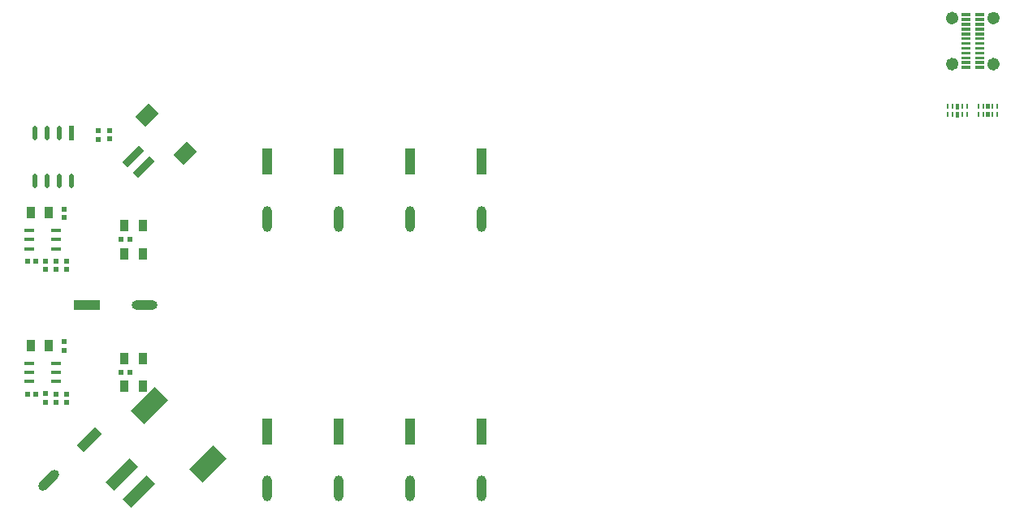
<source format=gbr>
%TF.GenerationSoftware,Altium Limited,Altium Designer,24.0.1 (36)*%
G04 Layer_Color=8421504*
%FSLAX45Y45*%
%MOMM*%
%TF.SameCoordinates,AAAF7447-B715-4BC7-9B32-5AEFA729C21C*%
%TF.FilePolarity,Positive*%
%TF.FileFunction,Paste,Top*%
%TF.Part,Single*%
G01*
G75*
%TA.AperFunction,SMDPad,CuDef*%
G04:AMPARAMS|DCode=17|XSize=1.95mm|YSize=1.5mm|CornerRadius=0mm|HoleSize=0mm|Usage=FLASHONLY|Rotation=45.000|XOffset=0mm|YOffset=0mm|HoleType=Round|Shape=Rectangle|*
%AMROTATEDRECTD17*
4,1,4,-0.15910,-1.21976,-1.21976,-0.15910,0.15910,1.21976,1.21976,0.15910,-0.15910,-1.21976,0.0*
%
%ADD17ROTATEDRECTD17*%

%TA.AperFunction,ConnectorPad*%
G04:AMPARAMS|DCode=18|XSize=2mm|YSize=3.5mm|CornerRadius=0mm|HoleSize=0mm|Usage=FLASHONLY|Rotation=315.000|XOffset=0mm|YOffset=0mm|HoleType=Round|Shape=Rectangle|*
%AMROTATEDRECTD18*
4,1,4,-1.94455,-0.53033,0.53033,1.94455,1.94455,0.53033,-0.53033,-1.94455,-1.94455,-0.53033,0.0*
%
%ADD18ROTATEDRECTD18*%

%TA.AperFunction,SMDPad,CuDef*%
%ADD19R,0.50000X0.50000*%
%ADD20R,0.88900X1.27000*%
%ADD22R,0.50000X0.50000*%
%ADD23R,1.00000X0.45000*%
%ADD24R,2.70000X1.00000*%
%ADD25O,2.70000X1.00000*%
G04:AMPARAMS|DCode=26|XSize=2.7mm|YSize=1mm|CornerRadius=0mm|HoleSize=0mm|Usage=FLASHONLY|Rotation=225.000|XOffset=0mm|YOffset=0mm|HoleType=Round|Shape=Rectangle|*
%AMROTATEDRECTD26*
4,1,4,0.60104,1.30815,1.30815,0.60104,-0.60104,-1.30815,-1.30815,-0.60104,0.60104,1.30815,0.0*
%
%ADD26ROTATEDRECTD26*%

G04:AMPARAMS|DCode=27|XSize=2.7mm|YSize=1mm|CornerRadius=0mm|HoleSize=0mm|Usage=FLASHONLY|Rotation=225.000|XOffset=0mm|YOffset=0mm|HoleType=Round|Shape=Round|*
%AMOVALD27*
21,1,1.70000,1.00000,0.00000,0.00000,225.0*
1,1,1.00000,0.60104,0.60104*
1,1,1.00000,-0.60104,-0.60104*
%
%ADD27OVALD27*%

%ADD29R,0.20000X0.56500*%
%TA.AperFunction,ConnectorPad*%
G04:AMPARAMS|DCode=31|XSize=1.2mm|YSize=3.5mm|CornerRadius=0mm|HoleSize=0mm|Usage=FLASHONLY|Rotation=135.000|XOffset=0mm|YOffset=0mm|HoleType=Round|Shape=Rectangle|*
%AMROTATEDRECTD31*
4,1,4,1.66170,0.81317,-0.81317,-1.66170,-1.66170,-0.81317,0.81317,1.66170,1.66170,0.81317,0.0*
%
%ADD31ROTATEDRECTD31*%

%TA.AperFunction,SMDPad,CuDef*%
%ADD32R,1.00000X2.70000*%
%ADD33O,1.00000X2.70000*%
G04:AMPARAMS|DCode=34|XSize=0.8mm|YSize=2.5mm|CornerRadius=0mm|HoleSize=0mm|Usage=FLASHONLY|Rotation=315.000|XOffset=0mm|YOffset=0mm|HoleType=Round|Shape=Rectangle|*
%AMROTATEDRECTD34*
4,1,4,-1.16673,-0.60104,0.60104,1.16673,1.16673,0.60104,-0.60104,-1.16673,-1.16673,-0.60104,0.0*
%
%ADD34ROTATEDRECTD34*%

%ADD35R,0.50000X1.50000*%
%ADD36O,0.50000X1.50000*%
%TA.AperFunction,NonConductor*%
%ADD128C,0.65001*%
G36*
X9960208Y7931315D02*
X9860209D01*
Y7961315D01*
X9960208D01*
Y7931315D01*
D02*
G37*
G36*
X10104209Y7931313D02*
X10004209D01*
Y7961312D01*
X10104209D01*
Y7931313D01*
D02*
G37*
G36*
X9960208Y7881328D02*
X9860209D01*
Y7911328D01*
X9960208D01*
Y7881328D01*
D02*
G37*
G36*
X10104209Y7881325D02*
X10004209D01*
Y7911325D01*
X10104209D01*
Y7881325D01*
D02*
G37*
G36*
X9960208Y7831315D02*
X9860209D01*
Y7861315D01*
X9960208D01*
Y7831315D01*
D02*
G37*
G36*
X10104209Y7831313D02*
X10004209D01*
Y7861313D01*
X10104209D01*
Y7831313D01*
D02*
G37*
G36*
X9960208Y7781328D02*
X9860209D01*
Y7811328D01*
X9960208D01*
Y7781328D01*
D02*
G37*
G36*
X10104209Y7781326D02*
X10004209D01*
Y7811325D01*
X10104209D01*
Y7781326D01*
D02*
G37*
G36*
X9960208Y7731315D02*
X9860209D01*
Y7761315D01*
X9960208D01*
Y7731315D01*
D02*
G37*
G36*
X10104209Y7731313D02*
X10004209D01*
Y7761313D01*
X10104209D01*
Y7731313D01*
D02*
G37*
G36*
X10156740Y7312030D02*
X10120740D01*
Y7368530D01*
X10156740D01*
Y7312030D01*
D02*
G37*
G36*
X9842440Y7309259D02*
X9806440D01*
Y7365759D01*
X9842440D01*
Y7309259D01*
D02*
G37*
G36*
X10156740Y7228530D02*
X10120740D01*
Y7285030D01*
X10156740D01*
Y7228530D01*
D02*
G37*
G36*
X9842440Y7225759D02*
X9806440D01*
Y7282259D01*
X9842440D01*
Y7225759D01*
D02*
G37*
G36*
X10104209Y8281325D02*
X10004209D01*
Y8311324D01*
X10104209D01*
Y8281325D01*
D02*
G37*
G36*
X9960208Y8281314D02*
X9860209D01*
Y8311314D01*
X9960208D01*
Y8281314D01*
D02*
G37*
G36*
Y8231314D02*
X9860209D01*
Y8261314D01*
X9960208D01*
Y8231314D01*
D02*
G37*
G36*
X10104209Y8231312D02*
X10004209D01*
Y8261312D01*
X10104209D01*
Y8231312D01*
D02*
G37*
G36*
X9960208Y8181327D02*
X9860209D01*
Y8211327D01*
X9960208D01*
Y8181327D01*
D02*
G37*
G36*
X10104209Y8181325D02*
X10004209D01*
Y8211325D01*
X10104209D01*
Y8181325D01*
D02*
G37*
G36*
X9960208Y8131315D02*
X9860209D01*
Y8161315D01*
X9960208D01*
Y8131315D01*
D02*
G37*
G36*
X10104209Y8131312D02*
X10004209D01*
Y8161312D01*
X10104209D01*
Y8131312D01*
D02*
G37*
G36*
X9960208Y8081328D02*
X9860209D01*
Y8111327D01*
X9960208D01*
Y8081328D01*
D02*
G37*
G36*
X10104209Y8081325D02*
X10004209D01*
Y8111325D01*
X10104209D01*
Y8081325D01*
D02*
G37*
G36*
X9960208Y8031328D02*
X9860209D01*
Y8061328D01*
X9960208D01*
Y8031328D01*
D02*
G37*
G36*
X10104209Y8031312D02*
X10004209D01*
Y8061312D01*
X10104209D01*
Y8031312D01*
D02*
G37*
G36*
X9960208Y7981328D02*
X9860209D01*
Y8011328D01*
X9960208D01*
Y7981328D01*
D02*
G37*
G36*
X10104209Y7981325D02*
X10004209D01*
Y8011325D01*
X10104209D01*
Y7981325D01*
D02*
G37*
D17*
X1768983Y6849237D02*
D03*
X1370457Y7247763D02*
D03*
D18*
X2005389Y3605263D02*
D03*
X1393459Y4217193D02*
D03*
D19*
X1192044Y4561840D02*
D03*
X1102044D02*
D03*
X123360Y4335780D02*
D03*
X213360D02*
D03*
X1192044Y5948680D02*
D03*
X1102044D02*
D03*
X213360Y5722620D02*
D03*
X123360D02*
D03*
D20*
X1327088Y4706620D02*
D03*
X1137088D02*
D03*
X1327088Y4417060D02*
D03*
X1137088D02*
D03*
X158992Y4841232D02*
D03*
X348992D02*
D03*
X1137088Y5803900D02*
D03*
X1327088D02*
D03*
Y6093460D02*
D03*
X1137088D02*
D03*
X348992Y6228072D02*
D03*
X158992D02*
D03*
D22*
X530860Y4252997D02*
D03*
Y4337997D02*
D03*
X510540Y4882980D02*
D03*
Y4792980D02*
D03*
X317500Y4340822D02*
D03*
Y4250822D02*
D03*
X424180Y4253320D02*
D03*
Y4338320D02*
D03*
X317500Y5727662D02*
D03*
Y5637662D02*
D03*
X424180Y5725160D02*
D03*
Y5640160D02*
D03*
X978740Y6998380D02*
D03*
Y7083380D02*
D03*
X866980Y7085882D02*
D03*
Y6995882D02*
D03*
X510540Y6179820D02*
D03*
Y6269820D02*
D03*
X530860Y5724837D02*
D03*
Y5639837D02*
D03*
D23*
X143932Y4466840D02*
D03*
Y4561840D02*
D03*
Y4656840D02*
D03*
X423332D02*
D03*
Y4561840D02*
D03*
Y4466840D02*
D03*
Y5853680D02*
D03*
Y5948680D02*
D03*
Y6043680D02*
D03*
X143932D02*
D03*
Y5948680D02*
D03*
Y5853680D02*
D03*
D24*
X743940Y5267960D02*
D03*
D25*
X1343940D02*
D03*
D26*
X773472Y3864652D02*
D03*
D27*
X349208Y3440388D02*
D03*
D29*
X9924440Y7337509D02*
D03*
X9874440D02*
D03*
X9724440D02*
D03*
X9774440D02*
D03*
X9874440Y7254009D02*
D03*
X9924440D02*
D03*
X9724440D02*
D03*
X9774440D02*
D03*
X10088740Y7256780D02*
D03*
X10038740D02*
D03*
X10238740D02*
D03*
X10188740D02*
D03*
X10088740Y7340280D02*
D03*
X10038740D02*
D03*
X10188740D02*
D03*
X10238740D02*
D03*
D31*
X1106798Y3495379D02*
D03*
X1283575Y3318602D02*
D03*
D32*
X4114800Y3949980D02*
D03*
X2626360D02*
D03*
X4859020D02*
D03*
X3370580D02*
D03*
X2626360Y6766840D02*
D03*
X3370580D02*
D03*
X4859020D02*
D03*
X4114800D02*
D03*
D33*
Y3349980D02*
D03*
X2626360D02*
D03*
X4859020D02*
D03*
X3370580D02*
D03*
X2626360Y6166840D02*
D03*
X3370580D02*
D03*
X4859020D02*
D03*
X4114800D02*
D03*
D34*
X1336375Y6709089D02*
D03*
X1230309Y6815155D02*
D03*
D35*
X586740Y7062280D02*
D03*
D36*
X459740D02*
D03*
X332740D02*
D03*
X205740D02*
D03*
X586740Y6562280D02*
D03*
X459740D02*
D03*
X332740D02*
D03*
X205740D02*
D03*
D128*
X10229710Y7781315D02*
G03*
X10229710Y7781315I-32512J0D01*
G01*
X9799713D02*
G03*
X9799713Y7781315I-32512J0D01*
G01*
Y8261325D02*
G03*
X9799713Y8261325I-32512J0D01*
G01*
X10229710D02*
G03*
X10229710Y8261325I-32512J0D01*
G01*
%TF.MD5,b49dc07137c50a1be2cf321ca5855c9a*%
M02*

</source>
